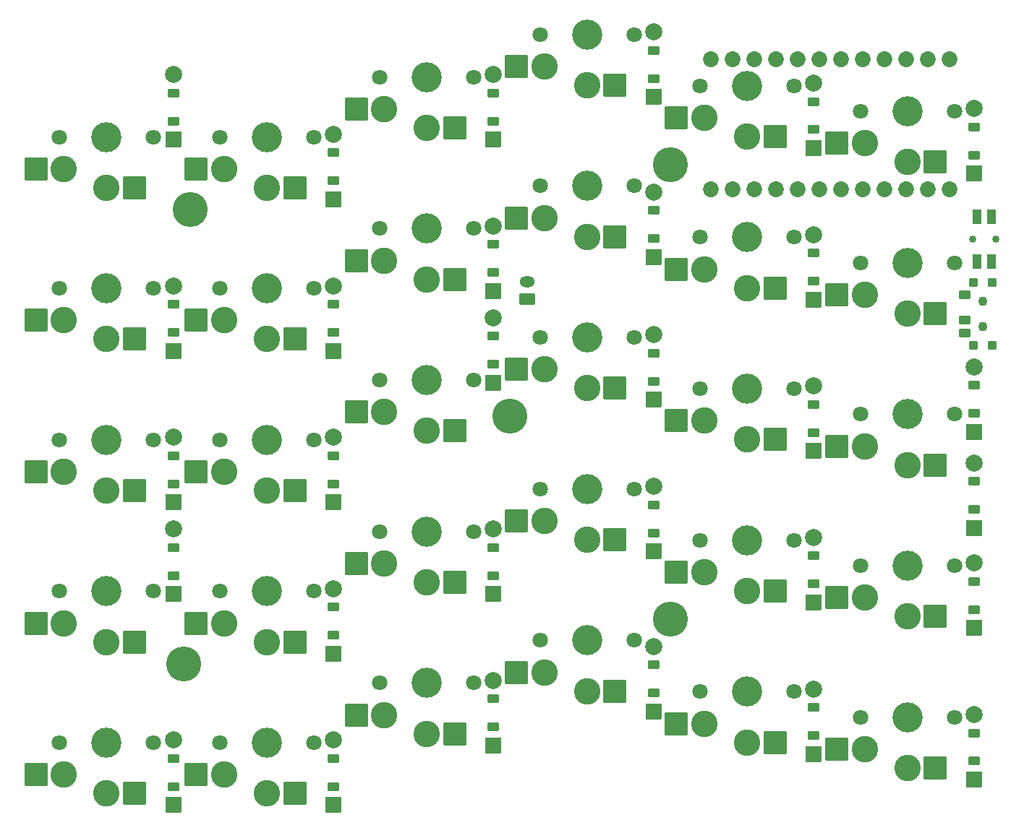
<source format=gbr>
%TF.GenerationSoftware,KiCad,Pcbnew,7.0.8*%
%TF.CreationDate,2024-07-17T12:42:57-03:00*%
%TF.ProjectId,left,6c656674-2e6b-4696-9361-645f70636258,v1.0.0*%
%TF.SameCoordinates,Original*%
%TF.FileFunction,Soldermask,Bot*%
%TF.FilePolarity,Negative*%
%FSLAX46Y46*%
G04 Gerber Fmt 4.6, Leading zero omitted, Abs format (unit mm)*
G04 Created by KiCad (PCBNEW 7.0.8) date 2024-07-17 12:42:57*
%MOMM*%
%LPD*%
G01*
G04 APERTURE LIST*
G04 Aperture macros list*
%AMRoundRect*
0 Rectangle with rounded corners*
0 $1 Rounding radius*
0 $2 $3 $4 $5 $6 $7 $8 $9 X,Y pos of 4 corners*
0 Add a 4 corners polygon primitive as box body*
4,1,4,$2,$3,$4,$5,$6,$7,$8,$9,$2,$3,0*
0 Add four circle primitives for the rounded corners*
1,1,$1+$1,$2,$3*
1,1,$1+$1,$4,$5*
1,1,$1+$1,$6,$7*
1,1,$1+$1,$8,$9*
0 Add four rect primitives between the rounded corners*
20,1,$1+$1,$2,$3,$4,$5,0*
20,1,$1+$1,$4,$5,$6,$7,0*
20,1,$1+$1,$6,$7,$8,$9,0*
20,1,$1+$1,$8,$9,$2,$3,0*%
G04 Aperture macros list end*
%ADD10RoundRect,0.050000X-0.450000X0.450000X-0.450000X-0.450000X0.450000X-0.450000X0.450000X0.450000X0*%
%ADD11C,1.100000*%
%ADD12RoundRect,0.050000X-0.625000X0.450000X-0.625000X-0.450000X0.625000X-0.450000X0.625000X0.450000X0*%
%ADD13C,1.801800*%
%ADD14C,3.100000*%
%ADD15C,3.529000*%
%ADD16RoundRect,0.050000X1.300000X1.300000X-1.300000X1.300000X-1.300000X-1.300000X1.300000X-1.300000X0*%
%ADD17RoundRect,0.050000X0.889000X-0.889000X0.889000X0.889000X-0.889000X0.889000X-0.889000X-0.889000X0*%
%ADD18RoundRect,0.050000X0.600000X-0.450000X0.600000X0.450000X-0.600000X0.450000X-0.600000X-0.450000X0*%
%ADD19C,2.005000*%
%ADD20C,4.100000*%
%ADD21RoundRect,0.050000X0.850000X-0.600000X0.850000X0.600000X-0.850000X0.600000X-0.850000X-0.600000X0*%
%ADD22O,1.800000X1.300000*%
%ADD23C,1.852600*%
%ADD24C,0.850000*%
%ADD25RoundRect,0.050000X-0.500000X0.775000X-0.500000X-0.775000X0.500000X-0.775000X0.500000X0.775000X0*%
G04 APERTURE END LIST*
D10*
%TO.C,T1*%
X203650000Y-96050000D03*
X201450000Y-96050000D03*
D11*
X202550000Y-98250000D03*
X202550000Y-101250000D03*
D10*
X203650000Y-103450000D03*
X201450000Y-103450000D03*
D12*
X200475000Y-97500000D03*
X200475000Y-100500000D03*
X200475000Y-102000000D03*
%TD*%
D13*
%TO.C,S21*%
X180500000Y-144000000D03*
D14*
X175000000Y-149950000D03*
D15*
X175000000Y-144000000D03*
D14*
X170000000Y-147750000D03*
D13*
X169500000Y-144000000D03*
D16*
X178275000Y-149950000D03*
X166725000Y-147750000D03*
%TD*%
D13*
%TO.C,S26*%
X199250000Y-147000000D03*
D14*
X193750000Y-152950000D03*
D15*
X193750000Y-147000000D03*
D14*
X188750000Y-150750000D03*
D13*
X188250000Y-147000000D03*
D16*
X197025000Y-152950000D03*
X185475000Y-150750000D03*
%TD*%
D17*
%TO.C,D19*%
X182800000Y-98060000D03*
D18*
X182800000Y-95900000D03*
X182800000Y-92600000D03*
D19*
X182800000Y-90440000D03*
%TD*%
D13*
%TO.C,S6*%
X124250000Y-150000000D03*
D14*
X118750000Y-155950000D03*
D15*
X118750000Y-150000000D03*
D14*
X113750000Y-153750000D03*
D13*
X113250000Y-150000000D03*
D16*
X122025000Y-155950000D03*
X110475000Y-153750000D03*
%TD*%
D20*
%TO.C,*%
X109000000Y-140750000D03*
%TD*%
%TO.C,*%
X147250000Y-111750000D03*
%TD*%
D17*
%TO.C,D23*%
X201550000Y-83310000D03*
D18*
X201550000Y-81150000D03*
X201550000Y-77850000D03*
D19*
X201550000Y-75690000D03*
%TD*%
D17*
%TO.C,D20*%
X182800000Y-80310000D03*
D18*
X182800000Y-78150000D03*
X182800000Y-74850000D03*
D19*
X182800000Y-72690000D03*
%TD*%
D17*
%TO.C,D29*%
X164050000Y-146310000D03*
D18*
X164050000Y-144150000D03*
X164050000Y-140850000D03*
D19*
X164050000Y-138690000D03*
%TD*%
D17*
%TO.C,D12*%
X145300000Y-79310000D03*
D18*
X145300000Y-77150000D03*
X145300000Y-73850000D03*
D19*
X145300000Y-71690000D03*
%TD*%
D13*
%TO.C,S17*%
X161750000Y-120250000D03*
D14*
X156250000Y-126200000D03*
D15*
X156250000Y-120250000D03*
D14*
X151250000Y-124000000D03*
D13*
X150750000Y-120250000D03*
D16*
X159525000Y-126200000D03*
X147975000Y-124000000D03*
%TD*%
D17*
%TO.C,D25*%
X201550000Y-124810000D03*
D18*
X201550000Y-122650000D03*
X201550000Y-119350000D03*
D19*
X201550000Y-117190000D03*
%TD*%
D13*
%TO.C,S9*%
X124250000Y-96750000D03*
D14*
X118750000Y-102700000D03*
D15*
X118750000Y-96750000D03*
D14*
X113750000Y-100500000D03*
D13*
X113250000Y-96750000D03*
D16*
X122025000Y-102700000D03*
X110475000Y-100500000D03*
%TD*%
D17*
%TO.C,D17*%
X182800000Y-133560000D03*
D18*
X182800000Y-131400000D03*
X182800000Y-128100000D03*
D19*
X182800000Y-125940000D03*
%TD*%
D13*
%TO.C,S27*%
X199250000Y-129250000D03*
D14*
X193750000Y-135200000D03*
D15*
X193750000Y-129250000D03*
D14*
X188750000Y-133000000D03*
D13*
X188250000Y-129250000D03*
D16*
X197025000Y-135200000D03*
X185475000Y-133000000D03*
%TD*%
D13*
%TO.C,S5*%
X105500000Y-79000000D03*
D14*
X100000000Y-84950000D03*
D15*
X100000000Y-79000000D03*
D14*
X95000000Y-82750000D03*
D13*
X94500000Y-79000000D03*
D16*
X103275000Y-84950000D03*
X91725000Y-82750000D03*
%TD*%
D20*
%TO.C,*%
X109750000Y-87500000D03*
%TD*%
D13*
%TO.C,S1*%
X105500000Y-150000000D03*
D14*
X100000000Y-155950000D03*
D15*
X100000000Y-150000000D03*
D14*
X95000000Y-153750000D03*
D13*
X94500000Y-150000000D03*
D16*
X103275000Y-155950000D03*
X91725000Y-153750000D03*
%TD*%
D17*
%TO.C,D24*%
X201550000Y-113560000D03*
D18*
X201550000Y-111400000D03*
X201550000Y-108100000D03*
D19*
X201550000Y-105940000D03*
%TD*%
D13*
%TO.C,S28*%
X199250000Y-111500000D03*
D14*
X193750000Y-117450000D03*
D15*
X193750000Y-111500000D03*
D14*
X188750000Y-115250000D03*
D13*
X188250000Y-111500000D03*
D16*
X197025000Y-117450000D03*
X185475000Y-115250000D03*
%TD*%
D13*
%TO.C,S19*%
X161750000Y-84750000D03*
D14*
X156250000Y-90700000D03*
D15*
X156250000Y-84750000D03*
D14*
X151250000Y-88500000D03*
D13*
X150750000Y-84750000D03*
D16*
X159525000Y-90700000D03*
X147975000Y-88500000D03*
%TD*%
D17*
%TO.C,D27*%
X107800000Y-79310000D03*
D18*
X107800000Y-77150000D03*
X107800000Y-73850000D03*
D19*
X107800000Y-71690000D03*
%TD*%
D17*
%TO.C,D9*%
X145300000Y-150310000D03*
D18*
X145300000Y-148150000D03*
X145300000Y-144850000D03*
D19*
X145300000Y-142690000D03*
%TD*%
D17*
%TO.C,D13*%
X164050000Y-127560000D03*
D18*
X164050000Y-125400000D03*
X164050000Y-122100000D03*
D19*
X164050000Y-119940000D03*
%TD*%
D17*
%TO.C,D14*%
X164050000Y-109810000D03*
D18*
X164050000Y-107650000D03*
X164050000Y-104350000D03*
D19*
X164050000Y-102190000D03*
%TD*%
D13*
%TO.C,S29*%
X199250000Y-93750000D03*
D14*
X193750000Y-99700000D03*
D15*
X193750000Y-93750000D03*
D14*
X188750000Y-97500000D03*
D13*
X188250000Y-93750000D03*
D16*
X197025000Y-99700000D03*
X185475000Y-97500000D03*
%TD*%
D13*
%TO.C,S7*%
X124250000Y-132250000D03*
D14*
X118750000Y-138200000D03*
D15*
X118750000Y-132250000D03*
D14*
X113750000Y-136000000D03*
D13*
X113250000Y-132250000D03*
D16*
X122025000Y-138200000D03*
X110475000Y-136000000D03*
%TD*%
D13*
%TO.C,S22*%
X180500000Y-126250000D03*
D14*
X175000000Y-132200000D03*
D15*
X175000000Y-126250000D03*
D14*
X170000000Y-130000000D03*
D13*
X169500000Y-126250000D03*
D16*
X178275000Y-132200000D03*
X166725000Y-130000000D03*
%TD*%
D13*
%TO.C,S4*%
X105500000Y-96750000D03*
D14*
X100000000Y-102700000D03*
D15*
X100000000Y-96750000D03*
D14*
X95000000Y-100500000D03*
D13*
X94500000Y-96750000D03*
D16*
X103275000Y-102700000D03*
X91725000Y-100500000D03*
%TD*%
D17*
%TO.C,D18*%
X182800000Y-115810000D03*
D18*
X182800000Y-113650000D03*
X182800000Y-110350000D03*
D19*
X182800000Y-108190000D03*
%TD*%
D13*
%TO.C,S20*%
X161750000Y-67000000D03*
D14*
X156250000Y-72950000D03*
D15*
X156250000Y-67000000D03*
D14*
X151250000Y-70750000D03*
D13*
X150750000Y-67000000D03*
D16*
X159525000Y-72950000D03*
X147975000Y-70750000D03*
%TD*%
D13*
%TO.C,S8*%
X124250000Y-114500000D03*
D14*
X118750000Y-120450000D03*
D15*
X118750000Y-114500000D03*
D14*
X113750000Y-118250000D03*
D13*
X113250000Y-114500000D03*
D16*
X122025000Y-120450000D03*
X110475000Y-118250000D03*
%TD*%
D17*
%TO.C,D6*%
X126550000Y-121810000D03*
D18*
X126550000Y-119650000D03*
X126550000Y-116350000D03*
D19*
X126550000Y-114190000D03*
%TD*%
D13*
%TO.C,S23*%
X180500000Y-108500000D03*
D14*
X175000000Y-114450000D03*
D15*
X175000000Y-108500000D03*
D14*
X170000000Y-112250000D03*
D13*
X169500000Y-108500000D03*
D16*
X178275000Y-114450000D03*
X166725000Y-112250000D03*
%TD*%
D17*
%TO.C,D2*%
X107800000Y-121810000D03*
D18*
X107800000Y-119650000D03*
X107800000Y-116350000D03*
D19*
X107800000Y-114190000D03*
%TD*%
D17*
%TO.C,D8*%
X126550000Y-86310000D03*
D18*
X126550000Y-84150000D03*
X126550000Y-80850000D03*
D19*
X126550000Y-78690000D03*
%TD*%
D13*
%TO.C,S12*%
X143000000Y-125250000D03*
D14*
X137500000Y-131200000D03*
D15*
X137500000Y-125250000D03*
D14*
X132500000Y-129000000D03*
D13*
X132000000Y-125250000D03*
D16*
X140775000Y-131200000D03*
X129225000Y-129000000D03*
%TD*%
D17*
%TO.C,D21*%
X201550000Y-154310000D03*
D18*
X201550000Y-152150000D03*
X201550000Y-148850000D03*
D19*
X201550000Y-146690000D03*
%TD*%
D17*
%TO.C,D3*%
X107800000Y-104060000D03*
D18*
X107800000Y-101900000D03*
X107800000Y-98600000D03*
D19*
X107800000Y-96440000D03*
%TD*%
D13*
%TO.C,S24*%
X180500000Y-90750000D03*
D14*
X175000000Y-96700000D03*
D15*
X175000000Y-90750000D03*
D14*
X170000000Y-94500000D03*
D13*
X169500000Y-90750000D03*
D16*
X178275000Y-96700000D03*
X166725000Y-94500000D03*
%TD*%
D17*
%TO.C,D30*%
X164050000Y-93060000D03*
D18*
X164050000Y-90900000D03*
X164050000Y-87600000D03*
D19*
X164050000Y-85440000D03*
%TD*%
D13*
%TO.C,S30*%
X199250000Y-76000000D03*
D14*
X193750000Y-81950000D03*
D15*
X193750000Y-76000000D03*
D14*
X188750000Y-79750000D03*
D13*
X188250000Y-76000000D03*
D16*
X197025000Y-81950000D03*
X185475000Y-79750000D03*
%TD*%
D17*
%TO.C,D10*%
X145300000Y-132560000D03*
D18*
X145300000Y-130400000D03*
X145300000Y-127100000D03*
D19*
X145300000Y-124940000D03*
%TD*%
D17*
%TO.C,D28*%
X145300000Y-107810000D03*
D18*
X145300000Y-105650000D03*
X145300000Y-102350000D03*
D19*
X145300000Y-100190000D03*
%TD*%
D17*
%TO.C,D5*%
X126550000Y-139560000D03*
D18*
X126550000Y-137400000D03*
X126550000Y-134100000D03*
D19*
X126550000Y-131940000D03*
%TD*%
D13*
%TO.C,S18*%
X161750000Y-102500000D03*
D14*
X156250000Y-108450000D03*
D15*
X156250000Y-102500000D03*
D14*
X151250000Y-106250000D03*
D13*
X150750000Y-102500000D03*
D16*
X159525000Y-108450000D03*
X147975000Y-106250000D03*
%TD*%
D13*
%TO.C,S13*%
X143000000Y-107500000D03*
D14*
X137500000Y-113450000D03*
D15*
X137500000Y-107500000D03*
D14*
X132500000Y-111250000D03*
D13*
X132000000Y-107500000D03*
D16*
X140775000Y-113450000D03*
X129225000Y-111250000D03*
%TD*%
D17*
%TO.C,D16*%
X182800000Y-151310000D03*
D18*
X182800000Y-149150000D03*
X182800000Y-145850000D03*
D19*
X182800000Y-143690000D03*
%TD*%
D21*
%TO.C,JST1*%
X149250000Y-98000000D03*
D22*
X149250000Y-96000000D03*
%TD*%
D13*
%TO.C,S10*%
X124250000Y-79000000D03*
D14*
X118750000Y-84950000D03*
D15*
X118750000Y-79000000D03*
D14*
X113750000Y-82750000D03*
D13*
X113250000Y-79000000D03*
D16*
X122025000Y-84950000D03*
X110475000Y-82750000D03*
%TD*%
D17*
%TO.C,D7*%
X126550000Y-104060000D03*
D18*
X126550000Y-101900000D03*
X126550000Y-98600000D03*
D19*
X126550000Y-96440000D03*
%TD*%
D17*
%TO.C,D11*%
X145300000Y-97060000D03*
D18*
X145300000Y-94900000D03*
X145300000Y-91600000D03*
D19*
X145300000Y-89440000D03*
%TD*%
D13*
%TO.C,S2*%
X105500000Y-132250000D03*
D14*
X100000000Y-138200000D03*
D15*
X100000000Y-132250000D03*
D14*
X95000000Y-136000000D03*
D13*
X94500000Y-132250000D03*
D16*
X103275000Y-138200000D03*
X91725000Y-136000000D03*
%TD*%
D13*
%TO.C,S14*%
X143000000Y-89750000D03*
D14*
X137500000Y-95700000D03*
D15*
X137500000Y-89750000D03*
D14*
X132500000Y-93500000D03*
D13*
X132000000Y-89750000D03*
D16*
X140775000Y-95700000D03*
X129225000Y-93500000D03*
%TD*%
D23*
%TO.C,MCU1*%
X198720000Y-69880000D03*
X196180000Y-69880000D03*
X193640000Y-69880000D03*
X191100000Y-69880000D03*
X188560000Y-69880000D03*
X186020000Y-69880000D03*
X183480000Y-69880000D03*
X180940000Y-69880000D03*
X178400000Y-69880000D03*
X175860000Y-69880000D03*
X173320000Y-69880000D03*
X170780000Y-69880000D03*
X170780000Y-85120000D03*
X173320000Y-85120000D03*
X175860000Y-85120000D03*
X178400000Y-85120000D03*
X180940000Y-85120000D03*
X183480000Y-85120000D03*
X186020000Y-85120000D03*
X188560000Y-85120000D03*
X191100000Y-85120000D03*
X193640000Y-85120000D03*
X196180000Y-85120000D03*
X198720000Y-85120000D03*
%TD*%
D24*
%TO.C,B1*%
X204125000Y-90950000D03*
X201375000Y-90950000D03*
D25*
X203600000Y-88325000D03*
X203600000Y-93575000D03*
X201900000Y-88325000D03*
X201900000Y-93575000D03*
%TD*%
D20*
%TO.C,*%
X166000000Y-82250000D03*
%TD*%
D17*
%TO.C,D26*%
X107800000Y-132560000D03*
D18*
X107800000Y-130400000D03*
X107800000Y-127100000D03*
D19*
X107800000Y-124940000D03*
%TD*%
D13*
%TO.C,S16*%
X161750000Y-138000000D03*
D14*
X156250000Y-143950000D03*
D15*
X156250000Y-138000000D03*
D14*
X151250000Y-141750000D03*
D13*
X150750000Y-138000000D03*
D16*
X159525000Y-143950000D03*
X147975000Y-141750000D03*
%TD*%
D13*
%TO.C,S3*%
X105500000Y-114500000D03*
D14*
X100000000Y-120450000D03*
D15*
X100000000Y-114500000D03*
D14*
X95000000Y-118250000D03*
D13*
X94500000Y-114500000D03*
D16*
X103275000Y-120450000D03*
X91725000Y-118250000D03*
%TD*%
D17*
%TO.C,D4*%
X126550000Y-157310000D03*
D18*
X126550000Y-155150000D03*
X126550000Y-151850000D03*
D19*
X126550000Y-149690000D03*
%TD*%
D13*
%TO.C,S15*%
X143000000Y-72000000D03*
D14*
X137500000Y-77950000D03*
D15*
X137500000Y-72000000D03*
D14*
X132500000Y-75750000D03*
D13*
X132000000Y-72000000D03*
D16*
X140775000Y-77950000D03*
X129225000Y-75750000D03*
%TD*%
D17*
%TO.C,D15*%
X164050000Y-74310000D03*
D18*
X164050000Y-72150000D03*
X164050000Y-68850000D03*
D19*
X164050000Y-66690000D03*
%TD*%
D13*
%TO.C,S25*%
X180500000Y-73000000D03*
D14*
X175000000Y-78950000D03*
D15*
X175000000Y-73000000D03*
D14*
X170000000Y-76750000D03*
D13*
X169500000Y-73000000D03*
D16*
X178275000Y-78950000D03*
X166725000Y-76750000D03*
%TD*%
D20*
%TO.C,*%
X166000000Y-135500000D03*
%TD*%
D17*
%TO.C,D1*%
X107800000Y-157310000D03*
D18*
X107800000Y-155150000D03*
X107800000Y-151850000D03*
D19*
X107800000Y-149690000D03*
%TD*%
D13*
%TO.C,S11*%
X143000000Y-143000000D03*
D14*
X137500000Y-148950000D03*
D15*
X137500000Y-143000000D03*
D14*
X132500000Y-146750000D03*
D13*
X132000000Y-143000000D03*
D16*
X140775000Y-148950000D03*
X129225000Y-146750000D03*
%TD*%
D17*
%TO.C,D22*%
X201550000Y-136560000D03*
D18*
X201550000Y-134400000D03*
X201550000Y-131100000D03*
D19*
X201550000Y-128940000D03*
%TD*%
M02*

</source>
